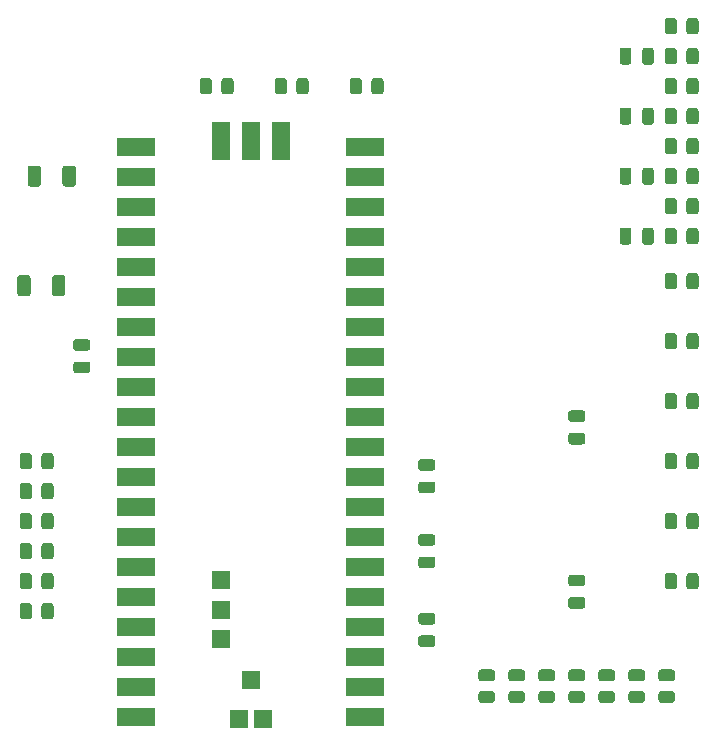
<source format=gbp>
G04 #@! TF.GenerationSoftware,KiCad,Pcbnew,5.1.12-84ad8e8a86~92~ubuntu20.04.1*
G04 #@! TF.CreationDate,2021-12-18T18:34:38-08:00*
G04 #@! TF.ProjectId,RspPiPicoIMU,52737050-6950-4696-936f-494d552e6b69,1.0*
G04 #@! TF.SameCoordinates,Original*
G04 #@! TF.FileFunction,Paste,Bot*
G04 #@! TF.FilePolarity,Positive*
%FSLAX46Y46*%
G04 Gerber Fmt 4.6, Leading zero omitted, Abs format (unit mm)*
G04 Created by KiCad (PCBNEW 5.1.12-84ad8e8a86~92~ubuntu20.04.1) date 2021-12-18 18:34:38*
%MOMM*%
%LPD*%
G01*
G04 APERTURE LIST*
%ADD10R,1.500000X1.500000*%
%ADD11R,1.600000X3.200000*%
%ADD12R,3.200000X1.600000*%
G04 APERTURE END LIST*
G36*
G01*
X97635000Y-118560002D02*
X97635000Y-117659998D01*
G75*
G02*
X97884998Y-117410000I249998J0D01*
G01*
X98410002Y-117410000D01*
G75*
G02*
X98660000Y-117659998I0J-249998D01*
G01*
X98660000Y-118560002D01*
G75*
G02*
X98410002Y-118810000I-249998J0D01*
G01*
X97884998Y-118810000D01*
G75*
G02*
X97635000Y-118560002I0J249998D01*
G01*
G37*
G36*
G01*
X99460000Y-118560002D02*
X99460000Y-117659998D01*
G75*
G02*
X99709998Y-117410000I249998J0D01*
G01*
X100235002Y-117410000D01*
G75*
G02*
X100485000Y-117659998I0J-249998D01*
G01*
X100485000Y-118560002D01*
G75*
G02*
X100235002Y-118810000I-249998J0D01*
G01*
X99709998Y-118810000D01*
G75*
G02*
X99460000Y-118560002I0J249998D01*
G01*
G37*
G36*
G01*
X102395000Y-100150000D02*
X103345000Y-100150000D01*
G75*
G02*
X103595000Y-100400000I0J-250000D01*
G01*
X103595000Y-100900000D01*
G75*
G02*
X103345000Y-101150000I-250000J0D01*
G01*
X102395000Y-101150000D01*
G75*
G02*
X102145000Y-100900000I0J250000D01*
G01*
X102145000Y-100400000D01*
G75*
G02*
X102395000Y-100150000I250000J0D01*
G01*
G37*
G36*
G01*
X102395000Y-102050000D02*
X103345000Y-102050000D01*
G75*
G02*
X103595000Y-102300000I0J-250000D01*
G01*
X103595000Y-102800000D01*
G75*
G02*
X103345000Y-103050000I-250000J0D01*
G01*
X102395000Y-103050000D01*
G75*
G02*
X102145000Y-102800000I0J250000D01*
G01*
X102145000Y-102300000D01*
G75*
G02*
X102395000Y-102050000I250000J0D01*
G01*
G37*
G36*
G01*
X131605000Y-112210000D02*
X132555000Y-112210000D01*
G75*
G02*
X132805000Y-112460000I0J-250000D01*
G01*
X132805000Y-112960000D01*
G75*
G02*
X132555000Y-113210000I-250000J0D01*
G01*
X131605000Y-113210000D01*
G75*
G02*
X131355000Y-112960000I0J250000D01*
G01*
X131355000Y-112460000D01*
G75*
G02*
X131605000Y-112210000I250000J0D01*
G01*
G37*
G36*
G01*
X131605000Y-110310000D02*
X132555000Y-110310000D01*
G75*
G02*
X132805000Y-110560000I0J-250000D01*
G01*
X132805000Y-111060000D01*
G75*
G02*
X132555000Y-111310000I-250000J0D01*
G01*
X131605000Y-111310000D01*
G75*
G02*
X131355000Y-111060000I0J250000D01*
G01*
X131355000Y-110560000D01*
G75*
G02*
X131605000Y-110310000I250000J0D01*
G01*
G37*
G36*
G01*
X150310000Y-91915000D02*
X150310000Y-90965000D01*
G75*
G02*
X150560000Y-90715000I250000J0D01*
G01*
X151060000Y-90715000D01*
G75*
G02*
X151310000Y-90965000I0J-250000D01*
G01*
X151310000Y-91915000D01*
G75*
G02*
X151060000Y-92165000I-250000J0D01*
G01*
X150560000Y-92165000D01*
G75*
G02*
X150310000Y-91915000I0J250000D01*
G01*
G37*
G36*
G01*
X148410000Y-91915000D02*
X148410000Y-90965000D01*
G75*
G02*
X148660000Y-90715000I250000J0D01*
G01*
X149160000Y-90715000D01*
G75*
G02*
X149410000Y-90965000I0J-250000D01*
G01*
X149410000Y-91915000D01*
G75*
G02*
X149160000Y-92165000I-250000J0D01*
G01*
X148660000Y-92165000D01*
G75*
G02*
X148410000Y-91915000I0J250000D01*
G01*
G37*
G36*
G01*
X150310000Y-86835000D02*
X150310000Y-85885000D01*
G75*
G02*
X150560000Y-85635000I250000J0D01*
G01*
X151060000Y-85635000D01*
G75*
G02*
X151310000Y-85885000I0J-250000D01*
G01*
X151310000Y-86835000D01*
G75*
G02*
X151060000Y-87085000I-250000J0D01*
G01*
X150560000Y-87085000D01*
G75*
G02*
X150310000Y-86835000I0J250000D01*
G01*
G37*
G36*
G01*
X148410000Y-86835000D02*
X148410000Y-85885000D01*
G75*
G02*
X148660000Y-85635000I250000J0D01*
G01*
X149160000Y-85635000D01*
G75*
G02*
X149410000Y-85885000I0J-250000D01*
G01*
X149410000Y-86835000D01*
G75*
G02*
X149160000Y-87085000I-250000J0D01*
G01*
X148660000Y-87085000D01*
G75*
G02*
X148410000Y-86835000I0J250000D01*
G01*
G37*
G36*
G01*
X148410000Y-81755000D02*
X148410000Y-80805000D01*
G75*
G02*
X148660000Y-80555000I250000J0D01*
G01*
X149160000Y-80555000D01*
G75*
G02*
X149410000Y-80805000I0J-250000D01*
G01*
X149410000Y-81755000D01*
G75*
G02*
X149160000Y-82005000I-250000J0D01*
G01*
X148660000Y-82005000D01*
G75*
G02*
X148410000Y-81755000I0J250000D01*
G01*
G37*
G36*
G01*
X150310000Y-81755000D02*
X150310000Y-80805000D01*
G75*
G02*
X150560000Y-80555000I250000J0D01*
G01*
X151060000Y-80555000D01*
G75*
G02*
X151310000Y-80805000I0J-250000D01*
G01*
X151310000Y-81755000D01*
G75*
G02*
X151060000Y-82005000I-250000J0D01*
G01*
X150560000Y-82005000D01*
G75*
G02*
X150310000Y-81755000I0J250000D01*
G01*
G37*
G36*
G01*
X150310000Y-76675000D02*
X150310000Y-75725000D01*
G75*
G02*
X150560000Y-75475000I250000J0D01*
G01*
X151060000Y-75475000D01*
G75*
G02*
X151310000Y-75725000I0J-250000D01*
G01*
X151310000Y-76675000D01*
G75*
G02*
X151060000Y-76925000I-250000J0D01*
G01*
X150560000Y-76925000D01*
G75*
G02*
X150310000Y-76675000I0J250000D01*
G01*
G37*
G36*
G01*
X148410000Y-76675000D02*
X148410000Y-75725000D01*
G75*
G02*
X148660000Y-75475000I250000J0D01*
G01*
X149160000Y-75475000D01*
G75*
G02*
X149410000Y-75725000I0J-250000D01*
G01*
X149410000Y-76675000D01*
G75*
G02*
X149160000Y-76925000I-250000J0D01*
G01*
X148660000Y-76925000D01*
G75*
G02*
X148410000Y-76675000I0J250000D01*
G01*
G37*
G36*
G01*
X145255000Y-121089000D02*
X144305000Y-121089000D01*
G75*
G02*
X144055000Y-120839000I0J250000D01*
G01*
X144055000Y-120339000D01*
G75*
G02*
X144305000Y-120089000I250000J0D01*
G01*
X145255000Y-120089000D01*
G75*
G02*
X145505000Y-120339000I0J-250000D01*
G01*
X145505000Y-120839000D01*
G75*
G02*
X145255000Y-121089000I-250000J0D01*
G01*
G37*
G36*
G01*
X145255000Y-122989000D02*
X144305000Y-122989000D01*
G75*
G02*
X144055000Y-122739000I0J250000D01*
G01*
X144055000Y-122239000D01*
G75*
G02*
X144305000Y-121989000I250000J0D01*
G01*
X145255000Y-121989000D01*
G75*
G02*
X145505000Y-122239000I0J-250000D01*
G01*
X145505000Y-122739000D01*
G75*
G02*
X145255000Y-122989000I-250000J0D01*
G01*
G37*
G36*
G01*
X132555000Y-126230000D02*
X131605000Y-126230000D01*
G75*
G02*
X131355000Y-125980000I0J250000D01*
G01*
X131355000Y-125480000D01*
G75*
G02*
X131605000Y-125230000I250000J0D01*
G01*
X132555000Y-125230000D01*
G75*
G02*
X132805000Y-125480000I0J-250000D01*
G01*
X132805000Y-125980000D01*
G75*
G02*
X132555000Y-126230000I-250000J0D01*
G01*
G37*
G36*
G01*
X132555000Y-124330000D02*
X131605000Y-124330000D01*
G75*
G02*
X131355000Y-124080000I0J250000D01*
G01*
X131355000Y-123580000D01*
G75*
G02*
X131605000Y-123330000I250000J0D01*
G01*
X132555000Y-123330000D01*
G75*
G02*
X132805000Y-123580000I0J-250000D01*
G01*
X132805000Y-124080000D01*
G75*
G02*
X132555000Y-124330000I-250000J0D01*
G01*
G37*
G36*
G01*
X131605000Y-116660000D02*
X132555000Y-116660000D01*
G75*
G02*
X132805000Y-116910000I0J-250000D01*
G01*
X132805000Y-117410000D01*
G75*
G02*
X132555000Y-117660000I-250000J0D01*
G01*
X131605000Y-117660000D01*
G75*
G02*
X131355000Y-117410000I0J250000D01*
G01*
X131355000Y-116910000D01*
G75*
G02*
X131605000Y-116660000I250000J0D01*
G01*
G37*
G36*
G01*
X131605000Y-118560000D02*
X132555000Y-118560000D01*
G75*
G02*
X132805000Y-118810000I0J-250000D01*
G01*
X132805000Y-119310000D01*
G75*
G02*
X132555000Y-119560000I-250000J0D01*
G01*
X131605000Y-119560000D01*
G75*
G02*
X131355000Y-119310000I0J250000D01*
G01*
X131355000Y-118810000D01*
G75*
G02*
X131605000Y-118560000I250000J0D01*
G01*
G37*
G36*
G01*
X144305000Y-106180000D02*
X145255000Y-106180000D01*
G75*
G02*
X145505000Y-106430000I0J-250000D01*
G01*
X145505000Y-106930000D01*
G75*
G02*
X145255000Y-107180000I-250000J0D01*
G01*
X144305000Y-107180000D01*
G75*
G02*
X144055000Y-106930000I0J250000D01*
G01*
X144055000Y-106430000D01*
G75*
G02*
X144305000Y-106180000I250000J0D01*
G01*
G37*
G36*
G01*
X144305000Y-108080000D02*
X145255000Y-108080000D01*
G75*
G02*
X145505000Y-108330000I0J-250000D01*
G01*
X145505000Y-108830000D01*
G75*
G02*
X145255000Y-109080000I-250000J0D01*
G01*
X144305000Y-109080000D01*
G75*
G02*
X144055000Y-108830000I0J250000D01*
G01*
X144055000Y-108330000D01*
G75*
G02*
X144305000Y-108080000I250000J0D01*
G01*
G37*
G36*
G01*
X97391000Y-96281001D02*
X97391000Y-94980999D01*
G75*
G02*
X97640999Y-94731000I249999J0D01*
G01*
X98291001Y-94731000D01*
G75*
G02*
X98541000Y-94980999I0J-249999D01*
G01*
X98541000Y-96281001D01*
G75*
G02*
X98291001Y-96531000I-249999J0D01*
G01*
X97640999Y-96531000D01*
G75*
G02*
X97391000Y-96281001I0J249999D01*
G01*
G37*
G36*
G01*
X100341000Y-96281001D02*
X100341000Y-94980999D01*
G75*
G02*
X100590999Y-94731000I249999J0D01*
G01*
X101241001Y-94731000D01*
G75*
G02*
X101491000Y-94980999I0J-249999D01*
G01*
X101491000Y-96281001D01*
G75*
G02*
X101241001Y-96531000I-249999J0D01*
G01*
X100590999Y-96531000D01*
G75*
G02*
X100341000Y-96281001I0J249999D01*
G01*
G37*
G36*
G01*
X101230000Y-87010001D02*
X101230000Y-85709999D01*
G75*
G02*
X101479999Y-85460000I249999J0D01*
G01*
X102130001Y-85460000D01*
G75*
G02*
X102380000Y-85709999I0J-249999D01*
G01*
X102380000Y-87010001D01*
G75*
G02*
X102130001Y-87260000I-249999J0D01*
G01*
X101479999Y-87260000D01*
G75*
G02*
X101230000Y-87010001I0J249999D01*
G01*
G37*
G36*
G01*
X98280000Y-87010001D02*
X98280000Y-85709999D01*
G75*
G02*
X98529999Y-85460000I249999J0D01*
G01*
X99180001Y-85460000D01*
G75*
G02*
X99430000Y-85709999I0J-249999D01*
G01*
X99430000Y-87010001D01*
G75*
G02*
X99180001Y-87260000I-249999J0D01*
G01*
X98529999Y-87260000D01*
G75*
G02*
X98280000Y-87010001I0J249999D01*
G01*
G37*
G36*
G01*
X114700000Y-79190002D02*
X114700000Y-78289998D01*
G75*
G02*
X114949998Y-78040000I249998J0D01*
G01*
X115475002Y-78040000D01*
G75*
G02*
X115725000Y-78289998I0J-249998D01*
G01*
X115725000Y-79190002D01*
G75*
G02*
X115475002Y-79440000I-249998J0D01*
G01*
X114949998Y-79440000D01*
G75*
G02*
X114700000Y-79190002I0J249998D01*
G01*
G37*
G36*
G01*
X112875000Y-79190002D02*
X112875000Y-78289998D01*
G75*
G02*
X113124998Y-78040000I249998J0D01*
G01*
X113650002Y-78040000D01*
G75*
G02*
X113900000Y-78289998I0J-249998D01*
G01*
X113900000Y-79190002D01*
G75*
G02*
X113650002Y-79440000I-249998J0D01*
G01*
X113124998Y-79440000D01*
G75*
G02*
X112875000Y-79190002I0J249998D01*
G01*
G37*
G36*
G01*
X99460000Y-116020002D02*
X99460000Y-115119998D01*
G75*
G02*
X99709998Y-114870000I249998J0D01*
G01*
X100235002Y-114870000D01*
G75*
G02*
X100485000Y-115119998I0J-249998D01*
G01*
X100485000Y-116020002D01*
G75*
G02*
X100235002Y-116270000I-249998J0D01*
G01*
X99709998Y-116270000D01*
G75*
G02*
X99460000Y-116020002I0J249998D01*
G01*
G37*
G36*
G01*
X97635000Y-116020002D02*
X97635000Y-115119998D01*
G75*
G02*
X97884998Y-114870000I249998J0D01*
G01*
X98410002Y-114870000D01*
G75*
G02*
X98660000Y-115119998I0J-249998D01*
G01*
X98660000Y-116020002D01*
G75*
G02*
X98410002Y-116270000I-249998J0D01*
G01*
X97884998Y-116270000D01*
G75*
G02*
X97635000Y-116020002I0J249998D01*
G01*
G37*
G36*
G01*
X97635000Y-113480002D02*
X97635000Y-112579998D01*
G75*
G02*
X97884998Y-112330000I249998J0D01*
G01*
X98410002Y-112330000D01*
G75*
G02*
X98660000Y-112579998I0J-249998D01*
G01*
X98660000Y-113480002D01*
G75*
G02*
X98410002Y-113730000I-249998J0D01*
G01*
X97884998Y-113730000D01*
G75*
G02*
X97635000Y-113480002I0J249998D01*
G01*
G37*
G36*
G01*
X99460000Y-113480002D02*
X99460000Y-112579998D01*
G75*
G02*
X99709998Y-112330000I249998J0D01*
G01*
X100235002Y-112330000D01*
G75*
G02*
X100485000Y-112579998I0J-249998D01*
G01*
X100485000Y-113480002D01*
G75*
G02*
X100235002Y-113730000I-249998J0D01*
G01*
X99709998Y-113730000D01*
G75*
G02*
X99460000Y-113480002I0J249998D01*
G01*
G37*
G36*
G01*
X99460000Y-110940002D02*
X99460000Y-110039998D01*
G75*
G02*
X99709998Y-109790000I249998J0D01*
G01*
X100235002Y-109790000D01*
G75*
G02*
X100485000Y-110039998I0J-249998D01*
G01*
X100485000Y-110940002D01*
G75*
G02*
X100235002Y-111190000I-249998J0D01*
G01*
X99709998Y-111190000D01*
G75*
G02*
X99460000Y-110940002I0J249998D01*
G01*
G37*
G36*
G01*
X97635000Y-110940002D02*
X97635000Y-110039998D01*
G75*
G02*
X97884998Y-109790000I249998J0D01*
G01*
X98410002Y-109790000D01*
G75*
G02*
X98660000Y-110039998I0J-249998D01*
G01*
X98660000Y-110940002D01*
G75*
G02*
X98410002Y-111190000I-249998J0D01*
G01*
X97884998Y-111190000D01*
G75*
G02*
X97635000Y-110940002I0J249998D01*
G01*
G37*
G36*
G01*
X99460000Y-121100002D02*
X99460000Y-120199998D01*
G75*
G02*
X99709998Y-119950000I249998J0D01*
G01*
X100235002Y-119950000D01*
G75*
G02*
X100485000Y-120199998I0J-249998D01*
G01*
X100485000Y-121100002D01*
G75*
G02*
X100235002Y-121350000I-249998J0D01*
G01*
X99709998Y-121350000D01*
G75*
G02*
X99460000Y-121100002I0J249998D01*
G01*
G37*
G36*
G01*
X97635000Y-121100002D02*
X97635000Y-120199998D01*
G75*
G02*
X97884998Y-119950000I249998J0D01*
G01*
X98410002Y-119950000D01*
G75*
G02*
X98660000Y-120199998I0J-249998D01*
G01*
X98660000Y-121100002D01*
G75*
G02*
X98410002Y-121350000I-249998J0D01*
G01*
X97884998Y-121350000D01*
G75*
G02*
X97635000Y-121100002I0J249998D01*
G01*
G37*
G36*
G01*
X119225000Y-79190002D02*
X119225000Y-78289998D01*
G75*
G02*
X119474998Y-78040000I249998J0D01*
G01*
X120000002Y-78040000D01*
G75*
G02*
X120250000Y-78289998I0J-249998D01*
G01*
X120250000Y-79190002D01*
G75*
G02*
X120000002Y-79440000I-249998J0D01*
G01*
X119474998Y-79440000D01*
G75*
G02*
X119225000Y-79190002I0J249998D01*
G01*
G37*
G36*
G01*
X121050000Y-79190002D02*
X121050000Y-78289998D01*
G75*
G02*
X121299998Y-78040000I249998J0D01*
G01*
X121825002Y-78040000D01*
G75*
G02*
X122075000Y-78289998I0J-249998D01*
G01*
X122075000Y-79190002D01*
G75*
G02*
X121825002Y-79440000I-249998J0D01*
G01*
X121299998Y-79440000D01*
G75*
G02*
X121050000Y-79190002I0J249998D01*
G01*
G37*
G36*
G01*
X127400000Y-79190002D02*
X127400000Y-78289998D01*
G75*
G02*
X127649998Y-78040000I249998J0D01*
G01*
X128175002Y-78040000D01*
G75*
G02*
X128425000Y-78289998I0J-249998D01*
G01*
X128425000Y-79190002D01*
G75*
G02*
X128175002Y-79440000I-249998J0D01*
G01*
X127649998Y-79440000D01*
G75*
G02*
X127400000Y-79190002I0J249998D01*
G01*
G37*
G36*
G01*
X125575000Y-79190002D02*
X125575000Y-78289998D01*
G75*
G02*
X125824998Y-78040000I249998J0D01*
G01*
X126350002Y-78040000D01*
G75*
G02*
X126600000Y-78289998I0J-249998D01*
G01*
X126600000Y-79190002D01*
G75*
G02*
X126350002Y-79440000I-249998J0D01*
G01*
X125824998Y-79440000D01*
G75*
G02*
X125575000Y-79190002I0J249998D01*
G01*
G37*
G36*
G01*
X153270000Y-88449998D02*
X153270000Y-89350002D01*
G75*
G02*
X153020002Y-89600000I-249998J0D01*
G01*
X152494998Y-89600000D01*
G75*
G02*
X152245000Y-89350002I0J249998D01*
G01*
X152245000Y-88449998D01*
G75*
G02*
X152494998Y-88200000I249998J0D01*
G01*
X153020002Y-88200000D01*
G75*
G02*
X153270000Y-88449998I0J-249998D01*
G01*
G37*
G36*
G01*
X155095000Y-88449998D02*
X155095000Y-89350002D01*
G75*
G02*
X154845002Y-89600000I-249998J0D01*
G01*
X154319998Y-89600000D01*
G75*
G02*
X154070000Y-89350002I0J249998D01*
G01*
X154070000Y-88449998D01*
G75*
G02*
X154319998Y-88200000I249998J0D01*
G01*
X154845002Y-88200000D01*
G75*
G02*
X155095000Y-88449998I0J-249998D01*
G01*
G37*
G36*
G01*
X153270000Y-83369998D02*
X153270000Y-84270002D01*
G75*
G02*
X153020002Y-84520000I-249998J0D01*
G01*
X152494998Y-84520000D01*
G75*
G02*
X152245000Y-84270002I0J249998D01*
G01*
X152245000Y-83369998D01*
G75*
G02*
X152494998Y-83120000I249998J0D01*
G01*
X153020002Y-83120000D01*
G75*
G02*
X153270000Y-83369998I0J-249998D01*
G01*
G37*
G36*
G01*
X155095000Y-83369998D02*
X155095000Y-84270002D01*
G75*
G02*
X154845002Y-84520000I-249998J0D01*
G01*
X154319998Y-84520000D01*
G75*
G02*
X154070000Y-84270002I0J249998D01*
G01*
X154070000Y-83369998D01*
G75*
G02*
X154319998Y-83120000I249998J0D01*
G01*
X154845002Y-83120000D01*
G75*
G02*
X155095000Y-83369998I0J-249998D01*
G01*
G37*
G36*
G01*
X155095000Y-78289998D02*
X155095000Y-79190002D01*
G75*
G02*
X154845002Y-79440000I-249998J0D01*
G01*
X154319998Y-79440000D01*
G75*
G02*
X154070000Y-79190002I0J249998D01*
G01*
X154070000Y-78289998D01*
G75*
G02*
X154319998Y-78040000I249998J0D01*
G01*
X154845002Y-78040000D01*
G75*
G02*
X155095000Y-78289998I0J-249998D01*
G01*
G37*
G36*
G01*
X153270000Y-78289998D02*
X153270000Y-79190002D01*
G75*
G02*
X153020002Y-79440000I-249998J0D01*
G01*
X152494998Y-79440000D01*
G75*
G02*
X152245000Y-79190002I0J249998D01*
G01*
X152245000Y-78289998D01*
G75*
G02*
X152494998Y-78040000I249998J0D01*
G01*
X153020002Y-78040000D01*
G75*
G02*
X153270000Y-78289998I0J-249998D01*
G01*
G37*
G36*
G01*
X153270000Y-73209998D02*
X153270000Y-74110002D01*
G75*
G02*
X153020002Y-74360000I-249998J0D01*
G01*
X152494998Y-74360000D01*
G75*
G02*
X152245000Y-74110002I0J249998D01*
G01*
X152245000Y-73209998D01*
G75*
G02*
X152494998Y-72960000I249998J0D01*
G01*
X153020002Y-72960000D01*
G75*
G02*
X153270000Y-73209998I0J-249998D01*
G01*
G37*
G36*
G01*
X155095000Y-73209998D02*
X155095000Y-74110002D01*
G75*
G02*
X154845002Y-74360000I-249998J0D01*
G01*
X154319998Y-74360000D01*
G75*
G02*
X154070000Y-74110002I0J249998D01*
G01*
X154070000Y-73209998D01*
G75*
G02*
X154319998Y-72960000I249998J0D01*
G01*
X154845002Y-72960000D01*
G75*
G02*
X155095000Y-73209998I0J-249998D01*
G01*
G37*
G36*
G01*
X153270000Y-90989998D02*
X153270000Y-91890002D01*
G75*
G02*
X153020002Y-92140000I-249998J0D01*
G01*
X152494998Y-92140000D01*
G75*
G02*
X152245000Y-91890002I0J249998D01*
G01*
X152245000Y-90989998D01*
G75*
G02*
X152494998Y-90740000I249998J0D01*
G01*
X153020002Y-90740000D01*
G75*
G02*
X153270000Y-90989998I0J-249998D01*
G01*
G37*
G36*
G01*
X155095000Y-90989998D02*
X155095000Y-91890002D01*
G75*
G02*
X154845002Y-92140000I-249998J0D01*
G01*
X154319998Y-92140000D01*
G75*
G02*
X154070000Y-91890002I0J249998D01*
G01*
X154070000Y-90989998D01*
G75*
G02*
X154319998Y-90740000I249998J0D01*
G01*
X154845002Y-90740000D01*
G75*
G02*
X155095000Y-90989998I0J-249998D01*
G01*
G37*
G36*
G01*
X155095000Y-85909998D02*
X155095000Y-86810002D01*
G75*
G02*
X154845002Y-87060000I-249998J0D01*
G01*
X154319998Y-87060000D01*
G75*
G02*
X154070000Y-86810002I0J249998D01*
G01*
X154070000Y-85909998D01*
G75*
G02*
X154319998Y-85660000I249998J0D01*
G01*
X154845002Y-85660000D01*
G75*
G02*
X155095000Y-85909998I0J-249998D01*
G01*
G37*
G36*
G01*
X153270000Y-85909998D02*
X153270000Y-86810002D01*
G75*
G02*
X153020002Y-87060000I-249998J0D01*
G01*
X152494998Y-87060000D01*
G75*
G02*
X152245000Y-86810002I0J249998D01*
G01*
X152245000Y-85909998D01*
G75*
G02*
X152494998Y-85660000I249998J0D01*
G01*
X153020002Y-85660000D01*
G75*
G02*
X153270000Y-85909998I0J-249998D01*
G01*
G37*
G36*
G01*
X155095000Y-80829998D02*
X155095000Y-81730002D01*
G75*
G02*
X154845002Y-81980000I-249998J0D01*
G01*
X154319998Y-81980000D01*
G75*
G02*
X154070000Y-81730002I0J249998D01*
G01*
X154070000Y-80829998D01*
G75*
G02*
X154319998Y-80580000I249998J0D01*
G01*
X154845002Y-80580000D01*
G75*
G02*
X155095000Y-80829998I0J-249998D01*
G01*
G37*
G36*
G01*
X153270000Y-80829998D02*
X153270000Y-81730002D01*
G75*
G02*
X153020002Y-81980000I-249998J0D01*
G01*
X152494998Y-81980000D01*
G75*
G02*
X152245000Y-81730002I0J249998D01*
G01*
X152245000Y-80829998D01*
G75*
G02*
X152494998Y-80580000I249998J0D01*
G01*
X153020002Y-80580000D01*
G75*
G02*
X153270000Y-80829998I0J-249998D01*
G01*
G37*
G36*
G01*
X153270000Y-75749998D02*
X153270000Y-76650002D01*
G75*
G02*
X153020002Y-76900000I-249998J0D01*
G01*
X152494998Y-76900000D01*
G75*
G02*
X152245000Y-76650002I0J249998D01*
G01*
X152245000Y-75749998D01*
G75*
G02*
X152494998Y-75500000I249998J0D01*
G01*
X153020002Y-75500000D01*
G75*
G02*
X153270000Y-75749998I0J-249998D01*
G01*
G37*
G36*
G01*
X155095000Y-75749998D02*
X155095000Y-76650002D01*
G75*
G02*
X154845002Y-76900000I-249998J0D01*
G01*
X154319998Y-76900000D01*
G75*
G02*
X154070000Y-76650002I0J249998D01*
G01*
X154070000Y-75749998D01*
G75*
G02*
X154319998Y-75500000I249998J0D01*
G01*
X154845002Y-75500000D01*
G75*
G02*
X155095000Y-75749998I0J-249998D01*
G01*
G37*
G36*
G01*
X155095000Y-99879998D02*
X155095000Y-100780002D01*
G75*
G02*
X154845002Y-101030000I-249998J0D01*
G01*
X154319998Y-101030000D01*
G75*
G02*
X154070000Y-100780002I0J249998D01*
G01*
X154070000Y-99879998D01*
G75*
G02*
X154319998Y-99630000I249998J0D01*
G01*
X154845002Y-99630000D01*
G75*
G02*
X155095000Y-99879998I0J-249998D01*
G01*
G37*
G36*
G01*
X153270000Y-99879998D02*
X153270000Y-100780002D01*
G75*
G02*
X153020002Y-101030000I-249998J0D01*
G01*
X152494998Y-101030000D01*
G75*
G02*
X152245000Y-100780002I0J249998D01*
G01*
X152245000Y-99879998D01*
G75*
G02*
X152494998Y-99630000I249998J0D01*
G01*
X153020002Y-99630000D01*
G75*
G02*
X153270000Y-99879998I0J-249998D01*
G01*
G37*
G36*
G01*
X153270000Y-94799998D02*
X153270000Y-95700002D01*
G75*
G02*
X153020002Y-95950000I-249998J0D01*
G01*
X152494998Y-95950000D01*
G75*
G02*
X152245000Y-95700002I0J249998D01*
G01*
X152245000Y-94799998D01*
G75*
G02*
X152494998Y-94550000I249998J0D01*
G01*
X153020002Y-94550000D01*
G75*
G02*
X153270000Y-94799998I0J-249998D01*
G01*
G37*
G36*
G01*
X155095000Y-94799998D02*
X155095000Y-95700002D01*
G75*
G02*
X154845002Y-95950000I-249998J0D01*
G01*
X154319998Y-95950000D01*
G75*
G02*
X154070000Y-95700002I0J249998D01*
G01*
X154070000Y-94799998D01*
G75*
G02*
X154319998Y-94550000I249998J0D01*
G01*
X154845002Y-94550000D01*
G75*
G02*
X155095000Y-94799998I0J-249998D01*
G01*
G37*
G36*
G01*
X155095000Y-110039998D02*
X155095000Y-110940002D01*
G75*
G02*
X154845002Y-111190000I-249998J0D01*
G01*
X154319998Y-111190000D01*
G75*
G02*
X154070000Y-110940002I0J249998D01*
G01*
X154070000Y-110039998D01*
G75*
G02*
X154319998Y-109790000I249998J0D01*
G01*
X154845002Y-109790000D01*
G75*
G02*
X155095000Y-110039998I0J-249998D01*
G01*
G37*
G36*
G01*
X153270000Y-110039998D02*
X153270000Y-110940002D01*
G75*
G02*
X153020002Y-111190000I-249998J0D01*
G01*
X152494998Y-111190000D01*
G75*
G02*
X152245000Y-110940002I0J249998D01*
G01*
X152245000Y-110039998D01*
G75*
G02*
X152494998Y-109790000I249998J0D01*
G01*
X153020002Y-109790000D01*
G75*
G02*
X153270000Y-110039998I0J-249998D01*
G01*
G37*
G36*
G01*
X153270000Y-104959998D02*
X153270000Y-105860002D01*
G75*
G02*
X153020002Y-106110000I-249998J0D01*
G01*
X152494998Y-106110000D01*
G75*
G02*
X152245000Y-105860002I0J249998D01*
G01*
X152245000Y-104959998D01*
G75*
G02*
X152494998Y-104710000I249998J0D01*
G01*
X153020002Y-104710000D01*
G75*
G02*
X153270000Y-104959998I0J-249998D01*
G01*
G37*
G36*
G01*
X155095000Y-104959998D02*
X155095000Y-105860002D01*
G75*
G02*
X154845002Y-106110000I-249998J0D01*
G01*
X154319998Y-106110000D01*
G75*
G02*
X154070000Y-105860002I0J249998D01*
G01*
X154070000Y-104959998D01*
G75*
G02*
X154319998Y-104710000I249998J0D01*
G01*
X154845002Y-104710000D01*
G75*
G02*
X155095000Y-104959998I0J-249998D01*
G01*
G37*
G36*
G01*
X153270000Y-120199998D02*
X153270000Y-121100002D01*
G75*
G02*
X153020002Y-121350000I-249998J0D01*
G01*
X152494998Y-121350000D01*
G75*
G02*
X152245000Y-121100002I0J249998D01*
G01*
X152245000Y-120199998D01*
G75*
G02*
X152494998Y-119950000I249998J0D01*
G01*
X153020002Y-119950000D01*
G75*
G02*
X153270000Y-120199998I0J-249998D01*
G01*
G37*
G36*
G01*
X155095000Y-120199998D02*
X155095000Y-121100002D01*
G75*
G02*
X154845002Y-121350000I-249998J0D01*
G01*
X154319998Y-121350000D01*
G75*
G02*
X154070000Y-121100002I0J249998D01*
G01*
X154070000Y-120199998D01*
G75*
G02*
X154319998Y-119950000I249998J0D01*
G01*
X154845002Y-119950000D01*
G75*
G02*
X155095000Y-120199998I0J-249998D01*
G01*
G37*
G36*
G01*
X147770002Y-129140000D02*
X146869998Y-129140000D01*
G75*
G02*
X146620000Y-128890002I0J249998D01*
G01*
X146620000Y-128364998D01*
G75*
G02*
X146869998Y-128115000I249998J0D01*
G01*
X147770002Y-128115000D01*
G75*
G02*
X148020000Y-128364998I0J-249998D01*
G01*
X148020000Y-128890002D01*
G75*
G02*
X147770002Y-129140000I-249998J0D01*
G01*
G37*
G36*
G01*
X147770002Y-130965000D02*
X146869998Y-130965000D01*
G75*
G02*
X146620000Y-130715002I0J249998D01*
G01*
X146620000Y-130189998D01*
G75*
G02*
X146869998Y-129940000I249998J0D01*
G01*
X147770002Y-129940000D01*
G75*
G02*
X148020000Y-130189998I0J-249998D01*
G01*
X148020000Y-130715002D01*
G75*
G02*
X147770002Y-130965000I-249998J0D01*
G01*
G37*
G36*
G01*
X142690002Y-130965000D02*
X141789998Y-130965000D01*
G75*
G02*
X141540000Y-130715002I0J249998D01*
G01*
X141540000Y-130189998D01*
G75*
G02*
X141789998Y-129940000I249998J0D01*
G01*
X142690002Y-129940000D01*
G75*
G02*
X142940000Y-130189998I0J-249998D01*
G01*
X142940000Y-130715002D01*
G75*
G02*
X142690002Y-130965000I-249998J0D01*
G01*
G37*
G36*
G01*
X142690002Y-129140000D02*
X141789998Y-129140000D01*
G75*
G02*
X141540000Y-128890002I0J249998D01*
G01*
X141540000Y-128364998D01*
G75*
G02*
X141789998Y-128115000I249998J0D01*
G01*
X142690002Y-128115000D01*
G75*
G02*
X142940000Y-128364998I0J-249998D01*
G01*
X142940000Y-128890002D01*
G75*
G02*
X142690002Y-129140000I-249998J0D01*
G01*
G37*
G36*
G01*
X137610002Y-130965000D02*
X136709998Y-130965000D01*
G75*
G02*
X136460000Y-130715002I0J249998D01*
G01*
X136460000Y-130189998D01*
G75*
G02*
X136709998Y-129940000I249998J0D01*
G01*
X137610002Y-129940000D01*
G75*
G02*
X137860000Y-130189998I0J-249998D01*
G01*
X137860000Y-130715002D01*
G75*
G02*
X137610002Y-130965000I-249998J0D01*
G01*
G37*
G36*
G01*
X137610002Y-129140000D02*
X136709998Y-129140000D01*
G75*
G02*
X136460000Y-128890002I0J249998D01*
G01*
X136460000Y-128364998D01*
G75*
G02*
X136709998Y-128115000I249998J0D01*
G01*
X137610002Y-128115000D01*
G75*
G02*
X137860000Y-128364998I0J-249998D01*
G01*
X137860000Y-128890002D01*
G75*
G02*
X137610002Y-129140000I-249998J0D01*
G01*
G37*
G36*
G01*
X140150002Y-130965000D02*
X139249998Y-130965000D01*
G75*
G02*
X139000000Y-130715002I0J249998D01*
G01*
X139000000Y-130189998D01*
G75*
G02*
X139249998Y-129940000I249998J0D01*
G01*
X140150002Y-129940000D01*
G75*
G02*
X140400000Y-130189998I0J-249998D01*
G01*
X140400000Y-130715002D01*
G75*
G02*
X140150002Y-130965000I-249998J0D01*
G01*
G37*
G36*
G01*
X140150002Y-129140000D02*
X139249998Y-129140000D01*
G75*
G02*
X139000000Y-128890002I0J249998D01*
G01*
X139000000Y-128364998D01*
G75*
G02*
X139249998Y-128115000I249998J0D01*
G01*
X140150002Y-128115000D01*
G75*
G02*
X140400000Y-128364998I0J-249998D01*
G01*
X140400000Y-128890002D01*
G75*
G02*
X140150002Y-129140000I-249998J0D01*
G01*
G37*
G36*
G01*
X145230002Y-129140000D02*
X144329998Y-129140000D01*
G75*
G02*
X144080000Y-128890002I0J249998D01*
G01*
X144080000Y-128364998D01*
G75*
G02*
X144329998Y-128115000I249998J0D01*
G01*
X145230002Y-128115000D01*
G75*
G02*
X145480000Y-128364998I0J-249998D01*
G01*
X145480000Y-128890002D01*
G75*
G02*
X145230002Y-129140000I-249998J0D01*
G01*
G37*
G36*
G01*
X145230002Y-130965000D02*
X144329998Y-130965000D01*
G75*
G02*
X144080000Y-130715002I0J249998D01*
G01*
X144080000Y-130189998D01*
G75*
G02*
X144329998Y-129940000I249998J0D01*
G01*
X145230002Y-129940000D01*
G75*
G02*
X145480000Y-130189998I0J-249998D01*
G01*
X145480000Y-130715002D01*
G75*
G02*
X145230002Y-130965000I-249998J0D01*
G01*
G37*
G36*
G01*
X150310002Y-130965000D02*
X149409998Y-130965000D01*
G75*
G02*
X149160000Y-130715002I0J249998D01*
G01*
X149160000Y-130189998D01*
G75*
G02*
X149409998Y-129940000I249998J0D01*
G01*
X150310002Y-129940000D01*
G75*
G02*
X150560000Y-130189998I0J-249998D01*
G01*
X150560000Y-130715002D01*
G75*
G02*
X150310002Y-130965000I-249998J0D01*
G01*
G37*
G36*
G01*
X150310002Y-129140000D02*
X149409998Y-129140000D01*
G75*
G02*
X149160000Y-128890002I0J249998D01*
G01*
X149160000Y-128364998D01*
G75*
G02*
X149409998Y-128115000I249998J0D01*
G01*
X150310002Y-128115000D01*
G75*
G02*
X150560000Y-128364998I0J-249998D01*
G01*
X150560000Y-128890002D01*
G75*
G02*
X150310002Y-129140000I-249998J0D01*
G01*
G37*
G36*
G01*
X155095000Y-115119998D02*
X155095000Y-116020002D01*
G75*
G02*
X154845002Y-116270000I-249998J0D01*
G01*
X154319998Y-116270000D01*
G75*
G02*
X154070000Y-116020002I0J249998D01*
G01*
X154070000Y-115119998D01*
G75*
G02*
X154319998Y-114870000I249998J0D01*
G01*
X154845002Y-114870000D01*
G75*
G02*
X155095000Y-115119998I0J-249998D01*
G01*
G37*
G36*
G01*
X153270000Y-115119998D02*
X153270000Y-116020002D01*
G75*
G02*
X153020002Y-116270000I-249998J0D01*
G01*
X152494998Y-116270000D01*
G75*
G02*
X152245000Y-116020002I0J249998D01*
G01*
X152245000Y-115119998D01*
G75*
G02*
X152494998Y-114870000I249998J0D01*
G01*
X153020002Y-114870000D01*
G75*
G02*
X153270000Y-115119998I0J-249998D01*
G01*
G37*
G36*
G01*
X152850002Y-130965000D02*
X151949998Y-130965000D01*
G75*
G02*
X151700000Y-130715002I0J249998D01*
G01*
X151700000Y-130189998D01*
G75*
G02*
X151949998Y-129940000I249998J0D01*
G01*
X152850002Y-129940000D01*
G75*
G02*
X153100000Y-130189998I0J-249998D01*
G01*
X153100000Y-130715002D01*
G75*
G02*
X152850002Y-130965000I-249998J0D01*
G01*
G37*
G36*
G01*
X152850002Y-129140000D02*
X151949998Y-129140000D01*
G75*
G02*
X151700000Y-128890002I0J249998D01*
G01*
X151700000Y-128364998D01*
G75*
G02*
X151949998Y-128115000I249998J0D01*
G01*
X152850002Y-128115000D01*
G75*
G02*
X153100000Y-128364998I0J-249998D01*
G01*
X153100000Y-128890002D01*
G75*
G02*
X152850002Y-129140000I-249998J0D01*
G01*
G37*
G36*
G01*
X97635000Y-123640002D02*
X97635000Y-122739998D01*
G75*
G02*
X97884998Y-122490000I249998J0D01*
G01*
X98410002Y-122490000D01*
G75*
G02*
X98660000Y-122739998I0J-249998D01*
G01*
X98660000Y-123640002D01*
G75*
G02*
X98410002Y-123890000I-249998J0D01*
G01*
X97884998Y-123890000D01*
G75*
G02*
X97635000Y-123640002I0J249998D01*
G01*
G37*
G36*
G01*
X99460000Y-123640002D02*
X99460000Y-122739998D01*
G75*
G02*
X99709998Y-122490000I249998J0D01*
G01*
X100235002Y-122490000D01*
G75*
G02*
X100485000Y-122739998I0J-249998D01*
G01*
X100485000Y-123640002D01*
G75*
G02*
X100235002Y-123890000I-249998J0D01*
G01*
X99709998Y-123890000D01*
G75*
G02*
X99460000Y-123640002I0J249998D01*
G01*
G37*
D10*
X114680000Y-120550000D03*
X114680000Y-123050000D03*
X114680000Y-125550000D03*
X116180000Y-132350000D03*
X118180000Y-132350000D03*
X117180000Y-129050000D03*
D11*
X119720000Y-83350000D03*
X117180000Y-83350000D03*
X114640000Y-83350000D03*
D12*
X126870000Y-132180000D03*
X126870000Y-129640000D03*
X126870000Y-127100000D03*
X126870000Y-124560000D03*
X126870000Y-122020000D03*
X126870000Y-119480000D03*
X126870000Y-116940000D03*
X126870000Y-114400000D03*
X126870000Y-111860000D03*
X126870000Y-109320000D03*
X126870000Y-106780000D03*
X126870000Y-104240000D03*
X126870000Y-101700000D03*
X126870000Y-99160000D03*
X126870000Y-96620000D03*
X126870000Y-94080000D03*
X126870000Y-91540000D03*
X126870000Y-89000000D03*
X126870000Y-86460000D03*
X126870000Y-83920000D03*
X107490000Y-83920000D03*
X107490000Y-86460000D03*
X107490000Y-89000000D03*
X107490000Y-91540000D03*
X107490000Y-94080000D03*
X107490000Y-96620000D03*
X107490000Y-99160000D03*
X107490000Y-101700000D03*
X107490000Y-104240000D03*
X107490000Y-106780000D03*
X107490000Y-109320000D03*
X107490000Y-111860000D03*
X107490000Y-114400000D03*
X107490000Y-116940000D03*
X107490000Y-119480000D03*
X107490000Y-122020000D03*
X107490000Y-124560000D03*
X107490000Y-127100000D03*
X107490000Y-129640000D03*
X107490000Y-132180000D03*
M02*

</source>
